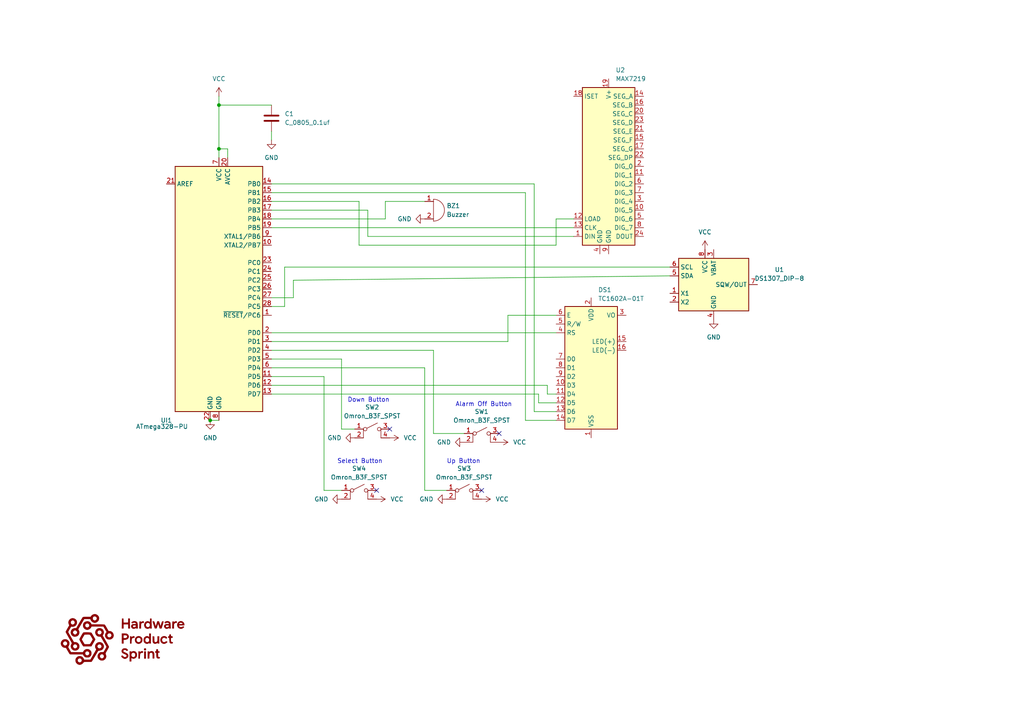
<source format=kicad_sch>
(kicad_sch (version 20211123) (generator eeschema)
  (paper "A4")
  (lib_symbols
    (symbol "HPS:ATmega328-PU"
      (property "Reference" "U" (at -11.43 39.37 0))
      (property "Value" "ATmega328-PU" (at -17.78 38.1 0))
      (symbol "ATmega328-PU_1_1"
        (pin tri_state line (at 15.24 -7.62 180) (length 2.54) (name "~{RESET}/PC6") (number "1"))
        (pin tri_state line (at 15.24 12.7 180) (length 2.54) (name "XTAL2/PB7") (number "10"))
        (pin tri_state line (at 15.24 -25.4 180) (length 2.54) (name "PD5") (number "11"))
        (pin tri_state line (at 15.24 -27.94 180) (length 2.54) (name "PD6") (number "12"))
        (pin tri_state line (at 15.24 -30.48 180) (length 2.54) (name "PD7") (number "13"))
        (pin tri_state line (at 15.24 30.48 180) (length 2.54) (name "PB0") (number "14"))
        (pin tri_state line (at 15.24 27.94 180) (length 2.54) (name "PB1") (number "15"))
        (pin tri_state line (at 15.24 25.4 180) (length 2.54) (name "PB2") (number "16"))
        (pin tri_state line (at 15.24 22.86 180) (length 2.54) (name "PB3") (number "17"))
        (pin tri_state line (at 15.24 20.32 180) (length 2.54) (name "PB4") (number "18"))
        (pin tri_state line (at 15.24 17.78 180) (length 2.54) (name "PB5") (number "19"))
        (pin tri_state line (at 15.24 -12.7 180) (length 2.54) (name "PD0") (number "2"))
        (pin power_in line (at 2.54 38.1 270) (length 2.54) (name "AVCC") (number "20"))
        (pin passive line (at -15.24 30.48 0) (length 2.54) (name "AREF") (number "21"))
        (pin power_in line (at -2.54 -38.1 90) (length 2.54) (name "GND") (number "22"))
        (pin tri_state line (at 15.24 7.62 180) (length 2.54) (name "PC0") (number "23"))
        (pin tri_state line (at 15.24 5.08 180) (length 2.54) (name "PC1") (number "24"))
        (pin tri_state line (at 15.24 2.54 180) (length 2.54) (name "PC2") (number "25"))
        (pin tri_state line (at 15.24 0 180) (length 2.54) (name "PC3") (number "26"))
        (pin tri_state line (at 15.24 -2.54 180) (length 2.54) (name "PC4") (number "27"))
        (pin tri_state line (at 15.24 -5.08 180) (length 2.54) (name "PC5") (number "28"))
        (pin tri_state line (at 15.24 -15.24 180) (length 2.54) (name "PD1") (number "3"))
        (pin tri_state line (at 15.24 -17.78 180) (length 2.54) (name "PD2") (number "4"))
        (pin tri_state line (at 15.24 -20.32 180) (length 2.54) (name "PD3") (number "5"))
        (pin tri_state line (at 15.24 -22.86 180) (length 2.54) (name "PD4") (number "6"))
        (pin power_in line (at 0 38.1 270) (length 2.54) (name "VCC") (number "7"))
        (pin power_in line (at 0 -38.1 90) (length 2.54) (name "GND") (number "8"))
        (pin tri_state line (at 15.24 15.24 180) (length 2.54) (name "XTAL1/PB6") (number "9"))
      )
    )
    (symbol "HPS:Buzzer" (pin_names (offset 0.0254) hide)
      (property "Reference" "BZ" (at 3.81 1.27 0))
      (property "Value" "Buzzer" (at 3.81 -1.27 0))
      (symbol "Buzzer_1_1"
        (pin passive line (at -2.54 2.54 0) (length 2.54) (name "-") (number "1"))
        (pin passive line (at -2.54 -2.54 0) (length 2.54) (name "+") (number "2"))
      )
    )
    (symbol "HPS:C_0805_0.1uf" (pin_numbers hide) (pin_names (offset 0.254))
      (property "Reference" "C" (at 0.635 2.54 0))
      (property "Value" "C_0805_0.1uf" (at 0.635 -2.54 0))
      (symbol "C_0805_0.1uf_1_1"
        (pin passive line (at 0 3.81 270) (length 2.794) (name "~") (number "1"))
        (pin passive line (at 0 -3.81 90) (length 2.794) (name "~") (number "2"))
      )
    )
    (symbol "HPS:DS1307_DIP-8"
      (property "Reference" "U" (at -8.89 8.89 0))
      (property "Value" "DS1307_DIP-8" (at 1.27 8.89 0))
      (symbol "DS1307_DIP-8_1_1"
        (pin input line (at -12.7 -2.54 0) (length 2.54) (name "X1") (number "1"))
        (pin input line (at -12.7 -5.08 0) (length 2.54) (name "X2") (number "2"))
        (pin power_in line (at 0 10.16 270) (length 2.54) (name "VBAT") (number "3"))
        (pin power_in line (at 0 -10.16 90) (length 2.54) (name "GND") (number "4"))
        (pin bidirectional line (at -12.7 2.54 0) (length 2.54) (name "SDA") (number "5"))
        (pin input line (at -12.7 5.08 0) (length 2.54) (name "SCL") (number "6"))
        (pin open_collector line (at 12.7 0 180) (length 2.54) (name "SQW/OUT") (number "7"))
        (pin power_in line (at -2.54 10.16 270) (length 2.54) (name "VCC") (number "8"))
      )
    )
    (symbol "HPS:GND" (power) (pin_names (offset 0))
      (property "Value" "GND" (at 0 -3.81 0))
      (symbol "GND_1_1"
        (pin power_in line (at 0 0 270) (length 0) hide (name "GND") (number "1"))
      )
    )
    (symbol "HPS:MAX7219"
      (property "Reference" "U" (at -6.35 24.13 0))
      (property "Value" "MAX7219" (at 0 25.4 0))
      (symbol "MAX7219_1_1"
        (pin input line (at -10.16 -20.32 0) (length 2.54) (name "DIN") (number "1"))
        (pin output line (at 10.16 -12.7 180) (length 2.54) (name "DIG_5") (number "10"))
        (pin output line (at 10.16 -2.54 180) (length 2.54) (name "DIG_1") (number "11"))
        (pin input line (at -10.16 -15.24 0) (length 2.54) (name "LOAD") (number "12"))
        (pin input line (at -10.16 -17.78 0) (length 2.54) (name "CLK") (number "13"))
        (pin output line (at 10.16 20.32 180) (length 2.54) (name "SEG_A") (number "14"))
        (pin output line (at 10.16 7.62 180) (length 2.54) (name "SEG_F") (number "15"))
        (pin output line (at 10.16 17.78 180) (length 2.54) (name "SEG_B") (number "16"))
        (pin output line (at 10.16 5.08 180) (length 2.54) (name "SEG_G") (number "17"))
        (pin input line (at -10.16 20.32 0) (length 2.54) (name "ISET") (number "18"))
        (pin power_in line (at 0 25.4 270) (length 2.54) (name "V+") (number "19"))
        (pin output line (at 10.16 0 180) (length 2.54) (name "DIG_0") (number "2"))
        (pin output line (at 10.16 15.24 180) (length 2.54) (name "SEG_C") (number "20"))
        (pin output line (at 10.16 10.16 180) (length 2.54) (name "SEG_E") (number "21"))
        (pin output line (at 10.16 2.54 180) (length 2.54) (name "SEG_DP") (number "22"))
        (pin output line (at 10.16 12.7 180) (length 2.54) (name "SEG_D") (number "23"))
        (pin output line (at 10.16 -20.32 180) (length 2.54) (name "DOUT") (number "24"))
        (pin output line (at 10.16 -10.16 180) (length 2.54) (name "DIG_4") (number "3"))
        (pin power_in line (at -2.54 -25.4 90) (length 2.54) (name "GND") (number "4"))
        (pin output line (at 10.16 -15.24 180) (length 2.54) (name "DIG_6") (number "5"))
        (pin output line (at 10.16 -5.08 180) (length 2.54) (name "DIG_2") (number "6"))
        (pin output line (at 10.16 -7.62 180) (length 2.54) (name "DIG_3") (number "7"))
        (pin output line (at 10.16 -17.78 180) (length 2.54) (name "DIG_7") (number "8"))
        (pin power_in line (at 0 -25.4 90) (length 2.54) (name "GND") (number "9"))
      )
    )
    (symbol "HPS:TC1602A-01T"
      (property "Reference" "DS" (at -5.842 19.05 0))
      (property "Value" "TC1602A-01T" (at 5.334 19.05 0))
      (symbol "TC1602A-01T_1_1"
        (pin power_in line (at 0 -20.32 90) (length 2.54) (name "VSS") (number "1"))
        (pin input line (at -10.16 -5.08 0) (length 2.54) (name "D3") (number "10"))
        (pin input line (at -10.16 -7.62 0) (length 2.54) (name "D4") (number "11"))
        (pin input line (at -10.16 -10.16 0) (length 2.54) (name "D5") (number "12"))
        (pin input line (at -10.16 -12.7 0) (length 2.54) (name "D6") (number "13"))
        (pin input line (at -10.16 -15.24 0) (length 2.54) (name "D7") (number "14"))
        (pin power_in line (at 10.16 7.62 180) (length 2.54) (name "LED(+)") (number "15"))
        (pin power_in line (at 10.16 5.08 180) (length 2.54) (name "LED(-)") (number "16"))
        (pin power_in line (at 0 20.32 270) (length 2.54) (name "VDD") (number "2"))
        (pin input line (at 10.16 15.24 180) (length 2.54) (name "VO") (number "3"))
        (pin input line (at -10.16 10.16 0) (length 2.54) (name "RS") (number "4"))
        (pin input line (at -10.16 12.7 0) (length 2.54) (name "R/W") (number "5"))
        (pin input line (at -10.16 15.24 0) (length 2.54) (name "E") (number "6"))
        (pin input line (at -10.16 2.54 0) (length 2.54) (name "D0") (number "7"))
        (pin input line (at -10.16 0 0) (length 2.54) (name "D1") (number "8"))
        (pin input line (at -10.16 -2.54 0) (length 2.54) (name "D2") (number "9"))
      )
    )
    (symbol "HPS:VCC" (power) (pin_names (offset 0))
      (property "Value" "VCC" (at 0 3.81 0))
      (symbol "VCC_1_1"
        (pin power_in line (at 0 0 90) (length 0) hide (name "VCC") (number "1"))
      )
    )
    (symbol "HPS_3:HPS_Logo" (pin_names (offset 1.016)))
    (symbol "HPS_3:Omron_B3F_SPST" (pin_names (offset 0) hide)
      (property "Reference" "SW" (at 0 5.08 0))
      (property "Value" "Omron_B3F_SPST" (at 0 2.54 0))
      (symbol "Omron_B3F_SPST_1_1"
        (pin passive line (at -5.08 0 0) (length 2.54) (name "A") (number "1"))
        (pin passive line (at -5.08 -2.54 0) (length 2.54) (name "A") (number "2"))
        (pin passive line (at 5.08 0 180) (length 2.54) (name "B") (number "3"))
        (pin passive line (at 5.08 -2.54 180) (length 2.54) (name "B") (number "4"))
      )
    )
  )
  (junction (at 60.96 121.92))
  (junction (at 63.5 30.48))
  (junction (at 63.5 43.18))
  (no_connect (at 113.03 124.46))
  (no_connect (at 139.7 142.24))
  (no_connect (at 109.22 142.24))
  (no_connect (at 144.78 125.73))
  (wire (pts (xy 154.94 119.38) (xy 161.29 119.38)))
  (wire (pts (xy 78.74 58.42) (xy 104.14 58.42)))
  (wire (pts (xy 78.74 63.5) (xy 111.76 63.5)))
  (wire (pts (xy 82.55 77.47) (xy 194.31 77.47)))
  (wire (pts (xy 78.74 114.3) (xy 156.21 114.3)))
  (wire (pts (xy 78.74 109.22) (xy 93.98 109.22)))
  (wire (pts (xy 152.4 121.92) (xy 161.29 121.92)))
  (wire (pts (xy 82.55 88.9) (xy 82.55 77.47)))
  (wire (pts (xy 125.73 101.6) (xy 125.73 125.73)))
  (wire (pts (xy 93.98 109.22) (xy 93.98 142.24)))
  (wire (pts (xy 78.74 38.1) (xy 78.74 40.64)))
  (wire (pts (xy 111.76 58.42) (xy 123.19 58.42)))
  (wire (pts (xy 63.5 30.48) (xy 78.74 30.48)))
  (wire (pts (xy 78.74 101.6) (xy 125.73 101.6)))
  (wire (pts (xy 99.06 104.14) (xy 99.06 124.46)))
  (wire (pts (xy 85.09 81.28) (xy 85.09 86.36)))
  (wire (pts (xy 123.19 106.68) (xy 123.19 142.24)))
  (wire (pts (xy 106.68 60.96) (xy 106.68 68.58)))
  (wire (pts (xy 99.06 124.46) (xy 102.87 124.46)))
  (wire (pts (xy 63.5 43.18) (xy 63.5 45.72)))
  (wire (pts (xy 85.09 81.28) (xy 194.31 80.01)))
  (wire (pts (xy 104.14 71.12) (xy 161.29 71.12)))
  (wire (pts (xy 154.94 53.34) (xy 154.94 119.38)))
  (wire (pts (xy 78.74 99.06) (xy 147.32 99.06)))
  (wire (pts (xy 60.96 121.92) (xy 63.5 121.92)))
  (wire (pts (xy 106.68 68.58) (xy 166.37 68.58)))
  (wire (pts (xy 78.74 96.52) (xy 161.29 96.52)))
  (wire (pts (xy 104.14 58.42) (xy 104.14 71.12)))
  (wire (pts (xy 93.98 142.24) (xy 99.06 142.24)))
  (wire (pts (xy 123.19 142.24) (xy 129.54 142.24)))
  (wire (pts (xy 156.21 114.3) (xy 156.21 116.84)))
  (wire (pts (xy 63.5 43.18) (xy 66.04 43.18)))
  (wire (pts (xy 63.5 30.48) (xy 63.5 43.18)))
  (wire (pts (xy 63.5 27.94) (xy 63.5 30.48)))
  (wire (pts (xy 78.74 60.96) (xy 106.68 60.96)))
  (wire (pts (xy 147.32 99.06) (xy 147.32 91.44)))
  (wire (pts (xy 161.29 71.12) (xy 161.29 63.5)))
  (wire (pts (xy 78.74 53.34) (xy 154.94 53.34)))
  (wire (pts (xy 158.75 114.3) (xy 161.29 114.3)))
  (wire (pts (xy 78.74 111.76) (xy 158.75 111.76)))
  (wire (pts (xy 78.74 55.88) (xy 152.4 55.88)))
  (wire (pts (xy 66.04 45.72) (xy 66.04 43.18)))
  (wire (pts (xy 78.74 88.9) (xy 82.55 88.9)))
  (wire (pts (xy 152.4 55.88) (xy 152.4 121.92)))
  (wire (pts (xy 125.73 125.73) (xy 134.62 125.73)))
  (wire (pts (xy 161.29 63.5) (xy 166.37 63.5)))
  (wire (pts (xy 78.74 86.36) (xy 85.09 86.36)))
  (wire (pts (xy 156.21 116.84) (xy 161.29 116.84)))
  (wire (pts (xy 158.75 111.76) (xy 158.75 114.3)))
  (wire (pts (xy 78.74 66.04) (xy 166.37 66.04)))
  (wire (pts (xy 78.74 104.14) (xy 99.06 104.14)))
  (wire (pts (xy 147.32 91.44) (xy 161.29 91.44)))
  (wire (pts (xy 111.76 63.5) (xy 111.76 58.42)))
  (wire (pts (xy 78.74 106.68) (xy 123.19 106.68)))
  (text "Down Button\n" (at 113.03 116.84 180) (effects (font (size 1.27 1.27)) (justify right bottom)))
  (text "Select Button" (at 97.79 134.62 0) (effects (font (size 1.27 1.27)) (justify left bottom)))
  (text "Alarm Off Button" (at 132.08 118.11 0) (effects (font (size 1.27 1.27)) (justify left bottom)))
  (text "Up Button" (at 129.54 134.62 0) (effects (font (size 1.27 1.27)) (justify left bottom)))
  (symbol (lib_id "HPS:DS1307_DIP-8") (at 207.01 82.55 0) (unit 1)
    (property "Reference" "U1" (at 226.06 78.2193 0))
    (property "Value" "DS1307_DIP-8" (at 226.06 80.7593 0))
    (property "Footprint" "footprints:DIP-8_W7.62mm" (effects hide))
    (property "Datasheet" "https://datasheets.maximintegrated.com/en/ds/DS1307.pdf" (effects hide))
    (property "MFG" "Assmann WSW Components" (effects hide))
    (property "MPN" "A 08-LC-TT" (effects hide))
    (property "Digikey PN" "AE9986-ND" (effects hide))
    (property "Mouser PN" "N/A" (effects hide))
  )
  (symbol (lib_id "HPS:GND") (at 129.54 144.78 270) (unit 1)
    (property "Reference" "#PWR?" (effects hide))
    (property "Value" "GND" (at 125.73 144.7799 90) (effects (justify right)))
  )
  (symbol (lib_id "HPS_3:Omron_B3F_SPST") (at 134.62 142.24 0) (unit 1)
    (property "Reference" "SW3" (at 134.62 135.89 0))
    (property "Value" "Omron_B3F_SPST" (at 134.62 138.43 0))
    (property "Footprint" "footprints:SW_SPST_Omron_B3FS-100xP" (effects hide))
    (property "Datasheet" "https://omronfs.omron.com/en_US/ecb/products/pdf/en-b3fs.pdf" (effects hide))
    (property "MFG" "Omron Electronics Inc-EMC Div" (effects hide))
    (property "MPN" "B3FS-1000P" (effects hide))
    (property "Digikey PN" "SW423CT-ND" (effects hide))
    (property "Mouser PN" "N/A" (effects hide))
  )
  (symbol (lib_id "HPS:GND") (at 123.19 63.5 270) (unit 1)
    (property "Reference" "#PWR04" (effects hide))
    (property "Value" "GND" (at 119.38 63.4999 90) (effects (justify right)))
  )
  (symbol (lib_id "HPS_3:Omron_B3F_SPST") (at 139.7 125.73 0) (unit 1)
    (property "Reference" "SW1" (at 139.7 119.38 0))
    (property "Value" "Omron_B3F_SPST" (at 139.7 121.92 0))
    (property "Footprint" "footprints:SW_SPST_Omron_B3FS-100xP" (effects hide))
    (property "Datasheet" "https://omronfs.omron.com/en_US/ecb/products/pdf/en-b3fs.pdf" (effects hide))
    (property "MFG" "Omron Electronics Inc-EMC Div" (effects hide))
    (property "MPN" "B3FS-1000P" (effects hide))
    (property "Digikey PN" "SW423CT-ND" (effects hide))
    (property "Mouser PN" "N/A" (effects hide))
  )
  (symbol (lib_id "HPS:GND") (at 102.87 127 270) (unit 1)
    (property "Reference" "#PWR?" (effects hide))
    (property "Value" "GND" (at 99.06 126.9999 90) (effects (justify right)))
  )
  (symbol (lib_id "HPS_3:Omron_B3F_SPST") (at 104.14 142.24 0) (unit 1)
    (property "Reference" "SW4" (at 104.14 135.89 0))
    (property "Value" "Omron_B3F_SPST" (at 104.14 138.43 0))
    (property "Footprint" "footprints:SW_SPST_Omron_B3FS-100xP" (effects hide))
    (property "Datasheet" "https://omronfs.omron.com/en_US/ecb/products/pdf/en-b3fs.pdf" (effects hide))
    (property "MFG" "Omron Electronics Inc-EMC Div" (effects hide))
    (property "MPN" "B3FS-1000P" (effects hide))
    (property "Digikey PN" "SW423CT-ND" (effects hide))
    (property "Mouser PN" "N/A" (effects hide))
  )
  (symbol (lib_id "HPS:GND") (at 134.62 128.27 270) (unit 1)
    (property "Reference" "#PWR?" (effects hide))
    (property "Value" "GND" (at 130.81 128.2699 90) (effects (justify right)))
  )
  (symbol (lib_id "HPS:C_0805_0.1uf") (at 78.74 34.29 0) (unit 1)
    (property "Reference" "C1" (at 82.55 33.0199 0) (effects (justify left)))
    (property "Value" "C_0805_0.1uf" (at 82.55 35.5599 0) (effects (justify left)))
    (property "Footprint" "footprints:C_0805_2012Metric" (effects hide))
    (property "Datasheet" "https://datasheets.avx.com/X7RDielectric.pdf" (effects hide))
    (property "MFG" "AVX Corporation" (effects hide))
    (property "MPN" "08055C104KAT2A" (effects hide))
    (property "Digikey PN" "478-1395-1-ND" (effects hide))
    (property "Mouser PN" "N/A" (effects hide))
    (property "Voltage" "N/A" (effects hide))
    (property "Dielectric" "N/A" (effects hide))
    (property "Tolerance" "N/A" (effects hide))
  )
  (symbol (lib_id "HPS:VCC") (at 63.5 27.94 0) (unit 1)
    (property "Reference" "#PWR02" (effects hide))
    (property "Value" "VCC" (at 63.5 22.86 0))
  )
  (symbol (lib_id "HPS:GND") (at 207.01 92.71 0) (unit 1)
    (property "Reference" "#PWR?" (effects hide))
    (property "Value" "GND" (at 207.01 97.79 0))
  )
  (symbol (lib_id "HPS:MAX7219") (at 176.53 48.26 0) (unit 1)
    (property "Reference" "U2" (at 178.5494 20.32 0) (effects (justify left)))
    (property "Value" "MAX7219" (at 178.5494 22.86 0) (effects (justify left)))
    (property "Footprint" "footprints:DIP-24_W7.62mm" (effects hide))
    (property "Datasheet" "https://datasheets.maximintegrated.com/en/ds/MAX7219-MAX7221.pdf" (effects hide))
    (property "MFG" "On Shore Technology Inc." (effects hide))
    (property "MPN" "ED241DT" (effects hide))
    (property "Digikey PN" "ED3049-5-ND" (effects hide))
    (property "Mouser PN" "N/A" (effects hide))
  )
  (symbol (lib_id "HPS:VCC") (at 204.47 72.39 0) (unit 1)
    (property "Reference" "#PWR?" (effects hide))
    (property "Value" "VCC" (at 204.47 67.31 0))
  )
  (symbol (lib_id "HPS:GND") (at 60.96 121.92 0) (unit 1)
    (property "Reference" "#PWR01" (effects hide))
    (property "Value" "GND" (at 60.96 127 0))
  )
  (symbol (lib_id "HPS_3:HPS_Logo") (at 35.56 185.42 0) (unit 1)
    (property "Reference" "#G?" (effects hide))
    (property "Value" "HPS_Logo" (effects hide))
  )
  (symbol (lib_id "HPS:VCC") (at 139.7 144.78 270) (unit 1)
    (property "Reference" "#PWR?" (effects hide))
    (property "Value" "VCC" (at 143.7132 144.78 90) (effects (justify left)))
  )
  (symbol (lib_id "HPS:GND") (at 78.74 40.64 0) (unit 1)
    (property "Reference" "#PWR03" (effects hide))
    (property "Value" "GND" (at 78.74 45.72 0))
  )
  (symbol (lib_id "HPS:TC1602A-01T") (at 171.45 106.68 0) (unit 1)
    (property "Reference" "DS1" (at 173.4694 84.074 0) (effects (justify left)))
    (property "Value" "TC1602A-01T" (at 173.4694 86.614 0) (effects (justify left)))
    (property "Footprint" "footprints:TC1602A-01T" (effects hide))
    (property "Datasheet" "https://cdn-shop.adafruit.com/datasheets/TC1602A-01T.pdf" (effects hide))
    (property "MFG" "Adafruit" (effects hide))
    (property "MPN" "1447" (effects hide))
    (property "Digikey PN" "1528-2212-ND" (effects hide))
    (property "Mouser PN" "N/A" (effects hide))
  )
  (symbol (lib_id "HPS_3:Omron_B3F_SPST") (at 107.95 124.46 0) (unit 1)
    (property "Reference" "SW2" (at 107.95 118.11 0))
    (property "Value" "Omron_B3F_SPST" (at 107.95 120.65 0))
    (property "Footprint" "footprints:SW_SPST_Omron_B3FS-100xP" (effects hide))
    (property "Datasheet" "https://omronfs.omron.com/en_US/ecb/products/pdf/en-b3fs.pdf" (effects hide))
    (property "MFG" "Omron Electronics Inc-EMC Div" (effects hide))
    (property "MPN" "B3FS-1000P" (effects hide))
    (property "Digikey PN" "SW423CT-ND" (effects hide))
    (property "Mouser PN" "N/A" (effects hide))
  )
  (symbol (lib_id "HPS:ATmega328-PU") (at 63.5 83.82 0) (unit 1)
    (property "Reference" "UI1" (at 48.26 121.92 0))
    (property "Value" "ATmega328-PU" (at 46.99 123.7107 0))
    (property "Footprint" "footprints:DIP-28_W7.62mm" (effects hide))
    (property "Datasheet" "http://www.microchip.com/mymicrochip/filehandler.aspx?ddocname=en608326" (effects hide))
    (property "MFG" "On Shore Technology Inc." (effects hide))
    (property "MPN" "ED281DT" (effects hide))
    (property "Digikey PN" "ED3050-5-ND" (effects hide))
    (property "Mouser PN" "N/A" (effects hide))
  )
  (symbol (lib_id "HPS:VCC") (at 144.78 128.27 270) (unit 1)
    (property "Reference" "#PWR?" (effects hide))
    (property "Value" "VCC" (at 148.7932 128.27 90) (effects (justify left)))
  )
  (symbol (lib_id "HPS:GND") (at 99.06 144.78 270) (unit 1)
    (property "Reference" "#PWR?" (effects hide))
    (property "Value" "GND" (at 95.25 144.7799 90) (effects (justify right)))
  )
  (symbol (lib_id "HPS:Buzzer") (at 125.73 60.96 0) (unit 1)
    (property "Reference" "BZ1" (at 129.54 59.6899 0) (effects (justify left)))
    (property "Value" "Buzzer" (at 129.54 62.2299 0) (effects (justify left)))
    (property "Footprint" "footprints:Buzzer_TDK_PS1240P02BT_D12.2mm_H6.5mm" (effects hide))
    (property "Datasheet" "https://product.tdk.com/info/en/catalog/datasheets/piezoelectronic_buzzer_ps_en.pdf?ref_disty=digikey" (effects hide))
    (property "MFG" "TDK" (effects hide))
    (property "MPN" "PS1420P02CT" (effects hide))
    (property "Digikey PN" "445-2526-1-ND" (effects hide))
    (property "Mouser PN" "N/A" (effects hide))
  )
  (symbol (lib_id "HPS:VCC") (at 113.03 127 270) (unit 1)
    (property "Reference" "#PWR?" (effects hide))
    (property "Value" "VCC" (at 117.0432 127 90) (effects (justify left)))
  )
  (symbol (lib_id "HPS:VCC") (at 109.22 144.78 270) (unit 1)
    (property "Reference" "#PWR?" (effects hide))
    (property "Value" "VCC" (at 113.2332 144.78 90) (effects (justify left)))
  )
)
</source>
